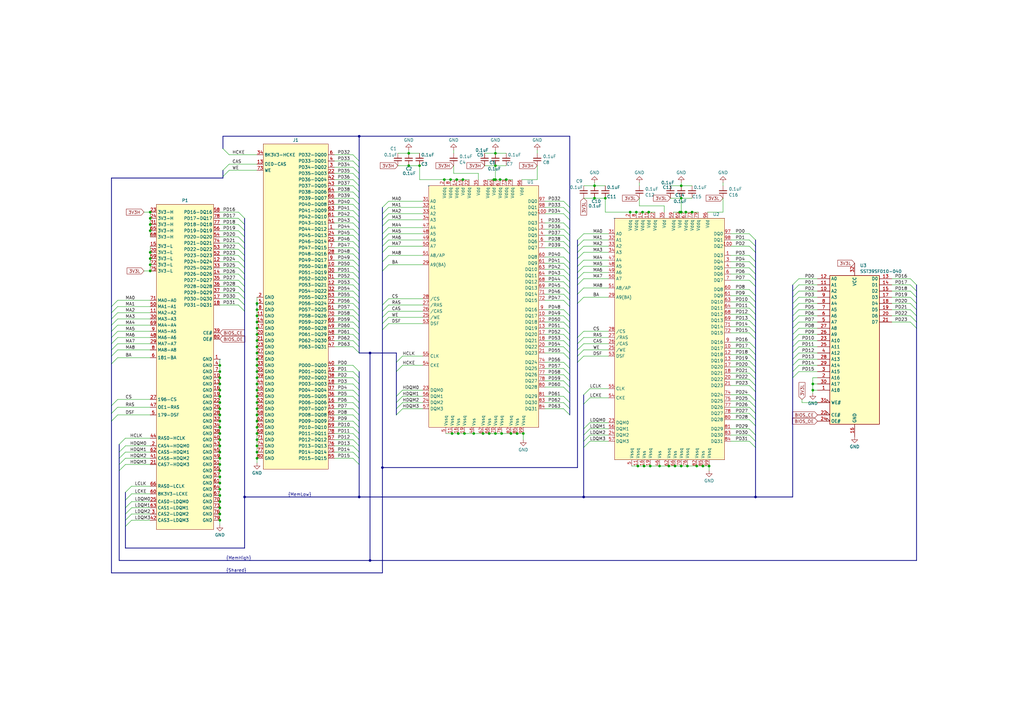
<source format=kicad_sch>
(kicad_sch (version 20230121) (generator eeschema)
  (paper "A3")
  (title_block (title "Compaq S3 Virge GX VRAM Expansion") (date "2023-08-16") (rev "1") (company "Jeff Chen") (comment 1 "with Alternate BIOS Socket"))
  (bus_alias "MemHigh" (members "PD[32..63]" "HCLK" "HDQM0" "HDQM1" "HDQM2" "HDQM3" "HCKE"))
  (bus_alias "MemLow" (members "PD[00..31]" "LCLK" "LCKE" "LDQM0" "LDQM1" "LDQM2" "LDQM3"))
  (bus_alias "Shared" (members "MA[0..8]" "BA" "CS" "RAS" "DSF" "CAS" "WE"))
  (junction (at 90.17 157.48))
  (junction (at 90.17 185.42))
  (junction (at 105.41 162.56))
  (junction (at 260.985 86.995))
  (junction (at 279.4 86.995))
  (junction (at 90.17 193.04))
  (junction (at 105.41 132.08))
  (junction (at 279.4 191.135))
  (junction (at 288.29 191.135))
  (junction (at 105.41 180.34))
  (junction (at 182.245 73.66))
  (junction (at 105.41 139.7))
  (junction (at 205.105 73.66))
  (junction (at 151.765 229.87))
  (junction (at 105.41 149.86))
  (junction (at 172.085 67.945))
  (junction (at 90.17 180.34))
  (junction (at 105.41 124.46))
  (junction (at 281.305 86.995))
  (junction (at 105.41 142.24))
  (junction (at 187.96 177.8))
  (junction (at 198.12 177.8))
  (junction (at 90.17 162.56))
  (junction (at 105.41 175.26))
  (junction (at 147.32 55.88))
  (junction (at 285.75 191.135))
  (junction (at 90.17 205.74))
  (junction (at 248.285 81.28))
  (junction (at 90.17 172.72))
  (junction (at 156.845 191.77))
  (junction (at 61.595 111.125))
  (junction (at 105.41 167.64))
  (junction (at 61.595 108.585))
  (junction (at 90.17 175.26))
  (junction (at 214.63 177.8))
  (junction (at 105.41 157.48))
  (junction (at 90.17 198.12))
  (junction (at 90.17 182.88))
  (junction (at 105.41 137.16))
  (junction (at 202.565 73.66))
  (junction (at 90.17 160.02))
  (junction (at 105.41 147.32))
  (junction (at 200.66 177.8))
  (junction (at 105.41 152.4))
  (junction (at 105.41 129.54))
  (junction (at 61.595 94.615))
  (junction (at 105.41 144.78))
  (junction (at 105.41 185.42))
  (junction (at 105.41 134.62))
  (junction (at 90.17 165.1))
  (junction (at 90.17 187.96))
  (junction (at 167.64 67.945))
  (junction (at 261.62 191.135))
  (junction (at 184.785 73.66))
  (junction (at 105.41 182.88))
  (junction (at 203.2 62.865))
  (junction (at 105.41 172.72))
  (junction (at 90.17 170.18))
  (junction (at 90.17 149.86))
  (junction (at 90.17 208.28))
  (junction (at 212.09 177.8))
  (junction (at 90.17 177.8))
  (junction (at 147.32 203.835))
  (junction (at 90.17 152.4))
  (junction (at 279.4 81.28))
  (junction (at 203.2 177.8))
  (junction (at 105.41 165.1))
  (junction (at 270.51 191.135))
  (junction (at 105.41 170.18))
  (junction (at 194.31 177.8))
  (junction (at 90.17 200.66))
  (junction (at 105.41 177.8))
  (junction (at 290.83 191.135))
  (junction (at 187.325 73.66))
  (junction (at 333.375 157.48))
  (junction (at 61.595 86.995))
  (junction (at 266.065 86.995))
  (junction (at 100.33 203.835))
  (junction (at 309.88 203.835))
  (junction (at 185.42 177.8))
  (junction (at 61.595 89.535))
  (junction (at 243.84 76.2))
  (junction (at 105.41 160.02))
  (junction (at 90.17 190.5))
  (junction (at 279.4 76.2))
  (junction (at 90.17 154.94))
  (junction (at 61.595 106.045))
  (junction (at 274.32 191.135))
  (junction (at 90.17 167.64))
  (junction (at 333.375 160.02))
  (junction (at 276.86 191.135))
  (junction (at 90.17 213.36))
  (junction (at 209.55 177.8))
  (junction (at 243.84 81.28))
  (junction (at 61.595 103.505))
  (junction (at 281.94 191.135))
  (junction (at 203.2 73.66))
  (junction (at 207.645 73.66))
  (junction (at 264.16 191.135))
  (junction (at 203.2 67.945))
  (junction (at 258.445 86.995))
  (junction (at 205.74 177.8))
  (junction (at 90.17 195.58))
  (junction (at 105.41 154.94))
  (junction (at 189.865 73.66))
  (junction (at 190.5 177.8))
  (junction (at 263.525 86.995))
  (junction (at 90.17 210.82))
  (junction (at 105.41 127))
  (junction (at 266.7 191.135))
  (junction (at 105.41 187.96))
  (junction (at 283.845 86.995))
  (junction (at 90.17 203.2))
  (junction (at 167.64 62.865))
  (junction (at 239.395 203.835))
  (junction (at 151.765 144.78))
  (junction (at 278.765 86.995))
  (junction (at 61.595 92.075))
  (bus_entry (at 144.78 76.2) (size 2.54 2.54))
  (bus_entry (at 327.66 127) (size -2.54 2.54))
  (bus_entry (at 231.14 118.11) (size 2.54 2.54))
  (bus_entry (at 241.935 163.195) (size -2.54 2.54))
  (bus_entry (at 307.34 180.975) (size 2.54 2.54))
  (bus_entry (at 144.78 182.88) (size 2.54 2.54))
  (bus_entry (at 307.34 131.445) (size 2.54 2.54))
  (bus_entry (at 231.14 82.55) (size 2.54 2.54))
  (bus_entry (at 144.78 99.06) (size 2.54 2.54))
  (bus_entry (at 231.14 139.7) (size 2.54 2.54))
  (bus_entry (at 159.385 127.635) (size -2.54 2.54))
  (bus_entry (at 144.78 83.82) (size 2.54 2.54))
  (bus_entry (at 327.66 119.38) (size -2.54 2.54))
  (bus_entry (at 231.14 105.41) (size 2.54 2.54))
  (bus_entry (at 231.14 137.16) (size 2.54 2.54))
  (bus_entry (at 327.66 114.3) (size -2.54 2.54))
  (bus_entry (at 159.385 95.885) (size -2.54 2.54))
  (bus_entry (at 307.34 136.525) (size 2.54 2.54))
  (bus_entry (at 307.34 104.775) (size 2.54 2.54))
  (bus_entry (at 144.78 104.14) (size 2.54 2.54))
  (bus_entry (at 159.385 87.63) (size -2.54 2.54))
  (bus_entry (at 307.34 172.085) (size 2.54 2.54))
  (bus_entry (at 231.14 129.54) (size 2.54 2.54))
  (bus_entry (at 97.79 97.155) (size 2.54 2.54))
  (bus_entry (at 48.26 167.005) (size -2.54 2.54))
  (bus_entry (at 239.395 138.43) (size -2.54 2.54))
  (bus_entry (at 307.34 98.425) (size 2.54 2.54))
  (bus_entry (at 53.975 210.82) (size -2.54 2.54))
  (bus_entry (at 53.975 202.565) (size -2.54 2.54))
  (bus_entry (at 231.14 156.21) (size 2.54 2.54))
  (bus_entry (at 53.975 205.74) (size -2.54 2.54))
  (bus_entry (at 53.975 213.36) (size -2.54 2.54))
  (bus_entry (at 307.34 107.315) (size 2.54 2.54))
  (bus_entry (at 144.78 124.46) (size 2.54 2.54))
  (bus_entry (at 239.395 109.22) (size -2.54 2.54))
  (bus_entry (at 373.38 129.54) (size 2.54 2.54))
  (bus_entry (at 307.34 140.335) (size 2.54 2.54))
  (bus_entry (at 239.395 106.68) (size -2.54 2.54))
  (bus_entry (at 97.79 92.075) (size 2.54 2.54))
  (bus_entry (at 144.78 187.96) (size 2.54 2.54))
  (bus_entry (at 231.14 132.08) (size 2.54 2.54))
  (bus_entry (at 239.395 103.505) (size -2.54 2.54))
  (bus_entry (at 307.34 128.905) (size 2.54 2.54))
  (bus_entry (at 144.78 172.72) (size 2.54 2.54))
  (bus_entry (at 51.435 185.42) (size -2.54 2.54))
  (bus_entry (at 239.395 95.885) (size -2.54 2.54))
  (bus_entry (at 307.34 145.415) (size 2.54 2.54))
  (bus_entry (at 327.66 124.46) (size -2.54 2.54))
  (bus_entry (at 51.435 187.96) (size -2.54 2.54))
  (bus_entry (at 327.66 152.4) (size -2.54 2.54))
  (bus_entry (at 144.78 134.62) (size 2.54 2.54))
  (bus_entry (at 144.78 175.26) (size 2.54 2.54))
  (bus_entry (at 159.385 82.55) (size -2.54 2.54))
  (bus_entry (at 144.78 137.16) (size 2.54 2.54))
  (bus_entry (at 231.14 87.63) (size 2.54 2.54))
  (bus_entry (at 159.385 98.425) (size -2.54 2.54))
  (bus_entry (at 239.395 114.3) (size -2.54 2.54))
  (bus_entry (at 373.38 132.08) (size 2.54 2.54))
  (bus_entry (at 144.78 96.52) (size 2.54 2.54))
  (bus_entry (at 97.79 86.995) (size 2.54 2.54))
  (bus_entry (at 239.395 135.89) (size -2.54 2.54))
  (bus_entry (at 93.98 63.5) (size -2.54 -2.54))
  (bus_entry (at 97.79 94.615) (size 2.54 2.54))
  (bus_entry (at 97.79 107.315) (size 2.54 2.54))
  (bus_entry (at 307.34 147.955) (size 2.54 2.54))
  (bus_entry (at 144.78 170.18) (size 2.54 2.54))
  (bus_entry (at 307.34 95.885) (size 2.54 2.54))
  (bus_entry (at 144.78 119.38) (size 2.54 2.54))
  (bus_entry (at 239.395 140.97) (size -2.54 2.54))
  (bus_entry (at 231.14 165.1) (size 2.54 2.54))
  (bus_entry (at 165.1 149.86) (size -2.54 2.54))
  (bus_entry (at 231.14 110.49) (size 2.54 2.54))
  (bus_entry (at 144.78 177.8) (size 2.54 2.54))
  (bus_entry (at 373.38 124.46) (size 2.54 2.54))
  (bus_entry (at 231.14 158.75) (size 2.54 2.54))
  (bus_entry (at 307.34 133.985) (size 2.54 2.54))
  (bus_entry (at 144.78 63.5) (size 2.54 2.54))
  (bus_entry (at 327.66 132.08) (size -2.54 2.54))
  (bus_entry (at 53.975 208.28) (size -2.54 2.54))
  (bus_entry (at 144.78 180.34) (size 2.54 2.54))
  (bus_entry (at 165.1 165.1) (size -2.54 2.54))
  (bus_entry (at 144.78 73.66) (size 2.54 2.54))
  (bus_entry (at 231.14 115.57) (size 2.54 2.54))
  (bus_entry (at 97.79 125.095) (size 2.54 2.54))
  (bus_entry (at 48.26 138.43) (size -2.54 2.54))
  (bus_entry (at 144.78 142.24) (size 2.54 2.54))
  (bus_entry (at 159.385 108.585) (size -2.54 2.54))
  (bus_entry (at 144.78 81.28) (size 2.54 2.54))
  (bus_entry (at 159.385 85.09) (size -2.54 2.54))
  (bus_entry (at 144.78 66.04) (size 2.54 2.54))
  (bus_entry (at 97.79 109.855) (size 2.54 2.54))
  (bus_entry (at 45.72 149.225) (size 2.54 -2.54))
  (bus_entry (at 327.66 137.16) (size -2.54 2.54))
  (bus_entry (at 231.14 96.52) (size 2.54 2.54))
  (bus_entry (at 307.34 118.745) (size 2.54 2.54))
  (bus_entry (at 144.78 71.12) (size 2.54 2.54))
  (bus_entry (at 93.98 67.31) (size -2.54 2.54))
  (bus_entry (at 48.26 140.97) (size -2.54 2.54))
  (bus_entry (at 231.14 107.95) (size 2.54 2.54))
  (bus_entry (at 144.78 68.58) (size 2.54 2.54))
  (bus_entry (at 97.79 117.475) (size 2.54 2.54))
  (bus_entry (at 307.34 169.545) (size 2.54 2.54))
  (bus_entry (at 307.34 155.575) (size 2.54 2.54))
  (bus_entry (at 97.79 122.555) (size 2.54 2.54))
  (bus_entry (at 241.935 159.385) (size -2.54 2.54))
  (bus_entry (at 231.14 93.98) (size 2.54 2.54))
  (bus_entry (at 144.78 121.92) (size 2.54 2.54))
  (bus_entry (at 144.78 154.94) (size 2.54 2.54))
  (bus_entry (at 159.385 90.17) (size -2.54 2.54))
  (bus_entry (at 231.14 123.19) (size 2.54 2.54))
  (bus_entry (at 165.1 160.02) (size -2.54 2.54))
  (bus_entry (at 307.34 161.925) (size 2.54 2.54))
  (bus_entry (at 327.66 129.54) (size -2.54 2.54))
  (bus_entry (at 373.38 116.84) (size 2.54 2.54))
  (bus_entry (at 241.935 175.895) (size -2.54 2.54))
  (bus_entry (at 144.78 157.48) (size 2.54 2.54))
  (bus_entry (at 307.34 123.825) (size 2.54 2.54))
  (bus_entry (at 51.435 179.705) (size -2.54 2.54))
  (bus_entry (at 97.79 102.235) (size 2.54 2.54))
  (bus_entry (at 144.78 114.3) (size 2.54 2.54))
  (bus_entry (at 165.1 162.56) (size -2.54 2.54))
  (bus_entry (at 144.78 86.36) (size 2.54 2.54))
  (bus_entry (at 231.14 167.64) (size 2.54 2.54))
  (bus_entry (at 239.395 121.92) (size -2.54 2.54))
  (bus_entry (at 307.34 100.965) (size 2.54 2.54))
  (bus_entry (at 159.385 132.715) (size -2.54 2.54))
  (bus_entry (at 48.26 133.35) (size -2.54 2.54))
  (bus_entry (at 48.26 125.73) (size -2.54 2.54))
  (bus_entry (at 307.34 164.465) (size 2.54 2.54))
  (bus_entry (at 327.66 116.84) (size -2.54 2.54))
  (bus_entry (at 231.14 148.59) (size 2.54 2.54))
  (bus_entry (at 231.14 99.06) (size 2.54 2.54))
  (bus_entry (at 48.26 143.51) (size -2.54 2.54))
  (bus_entry (at 307.34 167.005) (size 2.54 2.54))
  (bus_entry (at 239.395 146.05) (size -2.54 2.54))
  (bus_entry (at 97.79 120.015) (size 2.54 2.54))
  (bus_entry (at 51.435 182.88) (size -2.54 2.54))
  (bus_entry (at 144.78 167.64) (size 2.54 2.54))
  (bus_entry (at 327.66 147.32) (size -2.54 2.54))
  (bus_entry (at 239.395 118.11) (size -2.54 2.54))
  (bus_entry (at 144.78 111.76) (size 2.54 2.54))
  (bus_entry (at 144.78 152.4) (size 2.54 2.54))
  (bus_entry (at 307.34 112.395) (size 2.54 2.54))
  (bus_entry (at 144.78 139.7) (size 2.54 2.54))
  (bus_entry (at 165.1 146.05) (size -2.54 2.54))
  (bus_entry (at 231.14 134.62) (size 2.54 2.54))
  (bus_entry (at 53.975 199.39) (size -2.54 2.54))
  (bus_entry (at 231.14 91.44) (size 2.54 2.54))
  (bus_entry (at 144.78 165.1) (size 2.54 2.54))
  (bus_entry (at 231.14 85.09) (size 2.54 2.54))
  (bus_entry (at 48.26 128.27) (size -2.54 2.54))
  (bus_entry (at 144.78 91.44) (size 2.54 2.54))
  (bus_entry (at 231.14 142.24) (size 2.54 2.54))
  (bus_entry (at 307.34 114.935) (size 2.54 2.54))
  (bus_entry (at 327.66 134.62) (size -2.54 2.54))
  (bus_entry (at 327.66 142.24) (size -2.54 2.54))
  (bus_entry (at 307.34 109.855) (size 2.54 2.54))
  (bus_entry (at 327.66 121.92) (size -2.54 2.54))
  (bus_entry (at 51.435 190.5) (size -2.54 2.54))
  (bus_entry (at 307.34 150.495) (size 2.54 2.54))
  (bus_entry (at 239.395 100.965) (size -2.54 2.54))
  (bus_entry (at 159.385 100.965) (size -2.54 2.54))
  (bus_entry (at 327.66 139.7) (size -2.54 2.54))
  (bus_entry (at 239.395 111.76) (size -2.54 2.54))
  (bus_entry (at 231.14 113.03) (size 2.54 2.54))
  (bus_entry (at 231.14 120.65) (size 2.54 2.54))
  (bus_entry (at 241.935 178.435) (size -2.54 2.54))
  (bus_entry (at 144.78 127) (size 2.54 2.54))
  (bus_entry (at 373.38 119.38) (size 2.54 2.54))
  (bus_entry (at 373.38 121.92) (size 2.54 2.54))
  (bus_entry (at 239.395 98.425) (size -2.54 2.54))
  (bus_entry (at 307.34 153.035) (size 2.54 2.54))
  (bus_entry (at 231.14 144.78) (size 2.54 2.54))
  (bus_entry (at 307.34 121.285) (size 2.54 2.54))
  (bus_entry (at 231.14 101.6) (size 2.54 2.54))
  (bus_entry (at 373.38 127) (size 2.54 2.54))
  (bus_entry (at 97.79 89.535) (size 2.54 2.54))
  (bus_entry (at 144.78 88.9) (size 2.54 2.54))
  (bus_entry (at 144.78 132.08) (size 2.54 2.54))
  (bus_entry (at 144.78 129.54) (size 2.54 2.54))
  (bus_entry (at 144.78 106.68) (size 2.54 2.54))
  (bus_entry (at 231.14 162.56) (size 2.54 2.54))
  (bus_entry (at 159.385 130.175) (size -2.54 2.54))
  (bus_entry (at 159.385 125.095) (size -2.54 2.54))
  (bus_entry (at 144.78 78.74) (size 2.54 2.54))
  (bus_entry (at 159.385 93.345) (size -2.54 2.54))
  (bus_entry (at 144.78 101.6) (size 2.54 2.54))
  (bus_entry (at 48.26 135.89) (size -2.54 2.54))
  (bus_entry (at 307.34 175.895) (size 2.54 2.54))
  (bus_entry (at 241.935 173.355) (size -2.54 2.54))
  (bus_entry (at 231.14 153.67) (size 2.54 2.54))
  (bus_entry (at 97.79 112.395) (size 2.54 2.54))
  (bus_entry (at 307.34 158.115) (size 2.54 2.54))
  (bus_entry (at 241.935 180.975) (size -2.54 2.54))
  (bus_entry (at 48.26 163.83) (size -2.54 2.54))
  (bus_entry (at 307.34 178.435) (size 2.54 2.54))
  (bus_entry (at 327.66 144.78) (size -2.54 2.54))
  (bus_entry (at 48.26 170.18) (size -2.54 2.54))
  (bus_entry (at 144.78 109.22) (size 2.54 2.54))
  (bus_entry (at 144.78 116.84) (size 2.54 2.54))
  (bus_entry (at 97.79 99.695) (size 2.54 2.54))
  (bus_entry (at 144.78 185.42) (size 2.54 2.54))
  (bus_entry (at 144.78 160.02) (size 2.54 2.54))
  (bus_entry (at 373.38 114.3) (size 2.54 2.54))
  (bus_entry (at 144.78 149.86) (size 2.54 2.54))
  (bus_entry (at 48.26 123.19) (size -2.54 2.54))
  (bus_entry (at 48.26 130.81) (size -2.54 2.54))
  (bus_entry (at 307.34 126.365) (size 2.54 2.54))
  (bus_entry (at 93.98 69.85) (size -2.54 2.54))
  (bus_entry (at 231.14 151.13) (size 2.54 2.54))
  (bus_entry (at 144.78 93.98) (size 2.54 2.54))
  (bus_entry (at 231.14 127) (size 2.54 2.54))
  (bus_entry (at 165.1 167.64) (size -2.54 2.54))
  (bus_entry (at 239.395 143.51) (size -2.54 2.54))
  (bus_entry (at 144.78 162.56) (size 2.54 2.54))
  (bus_entry (at 97.79 104.775) (size 2.54 2.54))
  (bus_entry (at 327.66 149.86) (size -2.54 2.54))
  (bus_entry (at 159.385 104.775) (size -2.54 2.54))
  (bus_entry (at 159.385 122.555) (size -2.54 2.54))
  (bus_entry (at 307.34 142.875) (size 2.54 2.54))
  (bus_entry (at 97.79 114.935) (size 2.54 2.54))
  (bus (pts (xy 147.32 106.68) (xy 147.32 104.14)))
  (wire (pts (xy 223.52 91.44) (xy 231.14 91.44)))
  (wire (pts (xy 105.41 170.18) (xy 105.41 172.72)))
  (wire (pts (xy 223.52 137.16) (xy 231.14 137.16)))
  (bus (pts (xy 147.32 175.26) (xy 147.32 177.8)))
  (wire (pts (xy 223.52 165.1) (xy 231.14 165.1)))
  (wire (pts (xy 159.385 87.63) (xy 173.355 87.63)))
  (bus (pts (xy 375.92 127) (xy 375.92 129.54)))
  (bus (pts (xy 325.12 152.4) (xy 325.12 154.94)))
  (wire (pts (xy 239.395 76.2) (xy 243.84 76.2)))
  (wire (pts (xy 200.025 73.66) (xy 202.565 73.66)))
  (bus (pts (xy 48.895 190.5) (xy 48.895 193.04)))
  (wire (pts (xy 299.72 172.085) (xy 307.34 172.085)))
  (wire (pts (xy 137.16 121.92) (xy 144.78 121.92)))
  (wire (pts (xy 198.755 67.945) (xy 203.2 67.945)))
  (bus (pts (xy 233.68 142.24) (xy 233.68 144.78)))
  (bus (pts (xy 51.435 215.9) (xy 51.435 224.79)))
  (wire (pts (xy 137.16 73.66) (xy 144.78 73.66)))
  (bus (pts (xy 309.88 155.575) (xy 309.88 158.115)))
  (wire (pts (xy 249.555 100.965) (xy 239.395 100.965)))
  (bus (pts (xy 236.855 140.97) (xy 236.855 143.51)))
  (wire (pts (xy 223.52 153.67) (xy 231.14 153.67)))
  (wire (pts (xy 241.935 173.355) (xy 249.555 173.355)))
  (wire (pts (xy 137.16 83.82) (xy 144.78 83.82)))
  (wire (pts (xy 163.195 67.945) (xy 167.64 67.945)))
  (wire (pts (xy 48.26 138.43) (xy 61.595 138.43)))
  (wire (pts (xy 299.72 95.885) (xy 307.34 95.885)))
  (wire (pts (xy 90.17 208.28) (xy 90.17 210.82)))
  (wire (pts (xy 48.26 146.685) (xy 61.595 146.685)))
  (bus (pts (xy 309.88 98.425) (xy 309.88 100.965)))
  (wire (pts (xy 90.17 94.615) (xy 97.79 94.615)))
  (wire (pts (xy 137.16 180.34) (xy 144.78 180.34)))
  (wire (pts (xy 365.76 132.08) (xy 373.38 132.08)))
  (wire (pts (xy 214.63 177.8) (xy 214.63 180.34)))
  (wire (pts (xy 335.28 165.1) (xy 328.93 165.1)))
  (bus (pts (xy 147.32 121.92) (xy 147.32 119.38)))
  (wire (pts (xy 90.17 149.86) (xy 90.17 152.4)))
  (wire (pts (xy 137.16 116.84) (xy 144.78 116.84)))
  (wire (pts (xy 48.26 133.35) (xy 61.595 133.35)))
  (bus (pts (xy 156.845 107.315) (xy 156.845 111.125)))
  (bus (pts (xy 325.12 116.84) (xy 325.12 119.38)))
  (bus (pts (xy 156.845 130.175) (xy 156.845 132.715)))
  (wire (pts (xy 61.595 94.615) (xy 61.595 92.075)))
  (bus (pts (xy 236.855 114.3) (xy 236.855 116.84)))
  (wire (pts (xy 186.055 67.945) (xy 186.055 71.12)))
  (bus (pts (xy 91.44 72.39) (xy 91.44 73.025)))
  (wire (pts (xy 165.1 146.05) (xy 173.355 146.05)))
  (bus (pts (xy 309.88 133.985) (xy 309.88 136.525)))
  (wire (pts (xy 223.52 113.03) (xy 231.14 113.03)))
  (wire (pts (xy 53.975 208.28) (xy 61.595 208.28)))
  (wire (pts (xy 205.105 73.66) (xy 207.645 73.66)))
  (bus (pts (xy 309.88 180.975) (xy 309.88 183.515)))
  (bus (pts (xy 233.68 93.98) (xy 233.68 96.52)))
  (bus (pts (xy 156.845 103.505) (xy 156.845 107.315)))
  (wire (pts (xy 335.28 137.16) (xy 327.66 137.16)))
  (bus (pts (xy 48.895 193.04) (xy 48.895 229.87)))
  (wire (pts (xy 137.16 162.56) (xy 144.78 162.56)))
  (bus (pts (xy 233.68 125.73) (xy 233.68 129.54)))
  (wire (pts (xy 249.555 121.92) (xy 239.395 121.92)))
  (wire (pts (xy 223.52 144.78) (xy 231.14 144.78)))
  (wire (pts (xy 241.935 159.385) (xy 249.555 159.385)))
  (wire (pts (xy 241.935 178.435) (xy 249.555 178.435)))
  (wire (pts (xy 335.28 132.08) (xy 327.66 132.08)))
  (wire (pts (xy 90.17 114.935) (xy 97.79 114.935)))
  (bus (pts (xy 325.12 127) (xy 325.12 129.54)))
  (wire (pts (xy 182.245 73.66) (xy 184.785 73.66)))
  (bus (pts (xy 233.68 120.65) (xy 233.68 123.19)))
  (wire (pts (xy 105.41 172.72) (xy 105.41 175.26)))
  (wire (pts (xy 249.555 138.43) (xy 239.395 138.43)))
  (wire (pts (xy 51.435 179.705) (xy 61.595 179.705)))
  (bus (pts (xy 45.72 169.545) (xy 45.72 172.72)))
  (wire (pts (xy 299.72 107.315) (xy 307.34 107.315)))
  (bus (pts (xy 233.68 110.49) (xy 233.68 113.03)))
  (bus (pts (xy 45.72 130.81) (xy 45.72 133.35)))
  (bus (pts (xy 147.32 109.22) (xy 147.32 106.68)))
  (wire (pts (xy 260.985 86.995) (xy 263.525 86.995)))
  (wire (pts (xy 165.1 167.64) (xy 173.355 167.64)))
  (bus (pts (xy 236.855 146.05) (xy 236.855 148.59)))
  (wire (pts (xy 299.72 158.115) (xy 307.34 158.115)))
  (wire (pts (xy 335.28 124.46) (xy 327.66 124.46)))
  (wire (pts (xy 335.28 114.3) (xy 327.66 114.3)))
  (wire (pts (xy 241.935 163.195) (xy 249.555 163.195)))
  (bus (pts (xy 156.845 90.17) (xy 156.845 92.71)))
  (bus (pts (xy 239.395 178.435) (xy 239.395 180.975)))
  (wire (pts (xy 105.41 124.46) (xy 105.41 127)))
  (wire (pts (xy 137.16 99.06) (xy 144.78 99.06)))
  (bus (pts (xy 147.32 172.72) (xy 147.32 175.26)))
  (bus (pts (xy 236.855 116.84) (xy 236.855 120.65)))
  (bus (pts (xy 100.33 112.395) (xy 100.33 114.935)))
  (wire (pts (xy 299.72 121.285) (xy 307.34 121.285)))
  (bus (pts (xy 147.32 86.36) (xy 147.32 83.82)))
  (bus (pts (xy 309.88 150.495) (xy 309.88 153.035)))
  (bus (pts (xy 100.33 109.855) (xy 100.33 112.395)))
  (wire (pts (xy 137.16 182.88) (xy 144.78 182.88)))
  (wire (pts (xy 48.26 170.18) (xy 61.595 170.18)))
  (bus (pts (xy 156.845 127.635) (xy 156.845 130.175)))
  (wire (pts (xy 90.17 198.12) (xy 90.17 200.66)))
  (bus (pts (xy 309.88 183.515) (xy 309.88 203.835)))
  (bus (pts (xy 156.845 92.71) (xy 156.845 95.885)))
  (wire (pts (xy 249.555 135.89) (xy 239.395 135.89)))
  (bus (pts (xy 309.88 126.365) (xy 309.88 128.905)))
  (wire (pts (xy 159.385 95.885) (xy 173.355 95.885)))
  (wire (pts (xy 249.555 111.76) (xy 239.395 111.76)))
  (wire (pts (xy 159.385 98.425) (xy 173.355 98.425)))
  (wire (pts (xy 212.09 177.8) (xy 214.63 177.8)))
  (bus (pts (xy 239.395 175.895) (xy 239.395 178.435)))
  (bus (pts (xy 309.88 178.435) (xy 309.88 180.975)))
  (wire (pts (xy 189.865 73.66) (xy 192.405 73.66)))
  (wire (pts (xy 90.17 109.855) (xy 97.79 109.855)))
  (wire (pts (xy 137.16 149.86) (xy 144.78 149.86)))
  (bus (pts (xy 45.72 146.05) (xy 45.72 149.225)))
  (wire (pts (xy 90.17 193.04) (xy 90.17 195.58)))
  (wire (pts (xy 285.75 191.135) (xy 288.29 191.135)))
  (bus (pts (xy 325.12 134.62) (xy 325.12 137.16)))
  (wire (pts (xy 288.29 191.135) (xy 290.83 191.135)))
  (bus (pts (xy 236.855 148.59) (xy 236.855 191.77)))
  (wire (pts (xy 223.52 123.19) (xy 231.14 123.19)))
  (bus (pts (xy 309.88 121.285) (xy 309.88 123.825)))
  (wire (pts (xy 223.52 120.65) (xy 231.14 120.65)))
  (bus (pts (xy 45.72 73.025) (xy 45.72 125.73)))
  (bus (pts (xy 100.33 125.095) (xy 100.33 127.635)))
  (bus (pts (xy 233.68 85.09) (xy 233.68 87.63)))
  (wire (pts (xy 90.17 160.02) (xy 90.17 162.56)))
  (wire (pts (xy 90.17 195.58) (xy 90.17 198.12)))
  (wire (pts (xy 299.72 128.905) (xy 307.34 128.905)))
  (wire (pts (xy 137.16 160.02) (xy 144.78 160.02)))
  (bus (pts (xy 45.72 133.35) (xy 45.72 135.89)))
  (bus (pts (xy 147.32 134.62) (xy 147.32 132.08)))
  (bus (pts (xy 325.12 154.94) (xy 325.12 203.835)))
  (wire (pts (xy 241.935 175.895) (xy 249.555 175.895)))
  (wire (pts (xy 299.72 100.965) (xy 307.34 100.965)))
  (wire (pts (xy 249.555 143.51) (xy 239.395 143.51)))
  (bus (pts (xy 375.92 229.87) (xy 151.765 229.87)))
  (wire (pts (xy 165.1 162.56) (xy 173.355 162.56)))
  (wire (pts (xy 223.52 85.09) (xy 231.14 85.09)))
  (bus (pts (xy 239.395 165.735) (xy 239.395 175.895)))
  (bus (pts (xy 325.12 203.835) (xy 309.88 203.835)))
  (wire (pts (xy 274.32 191.135) (xy 276.86 191.135)))
  (bus (pts (xy 147.32 162.56) (xy 147.32 165.1)))
  (wire (pts (xy 159.385 130.175) (xy 173.355 130.175)))
  (wire (pts (xy 365.76 127) (xy 373.38 127)))
  (wire (pts (xy 203.2 177.8) (xy 205.74 177.8)))
  (bus (pts (xy 151.765 144.78) (xy 162.56 144.78)))
  (wire (pts (xy 137.16 142.24) (xy 144.78 142.24)))
  (wire (pts (xy 165.1 165.1) (xy 173.355 165.1)))
  (bus (pts (xy 236.855 143.51) (xy 236.855 146.05)))
  (wire (pts (xy 163.195 62.865) (xy 167.64 62.865)))
  (wire (pts (xy 249.555 146.05) (xy 239.395 146.05)))
  (bus (pts (xy 147.32 177.8) (xy 147.32 180.34)))
  (wire (pts (xy 299.72 126.365) (xy 307.34 126.365)))
  (bus (pts (xy 147.32 73.66) (xy 147.32 71.12)))
  (wire (pts (xy 159.385 125.095) (xy 173.355 125.095)))
  (wire (pts (xy 290.83 191.135) (xy 290.83 193.04)))
  (wire (pts (xy 299.72 167.005) (xy 307.34 167.005)))
  (bus (pts (xy 156.845 100.965) (xy 156.845 103.505)))
  (bus (pts (xy 309.88 100.965) (xy 309.88 103.505)))
  (bus (pts (xy 48.895 182.245) (xy 48.895 185.42)))
  (wire (pts (xy 249.555 109.22) (xy 239.395 109.22)))
  (wire (pts (xy 299.72 150.495) (xy 307.34 150.495)))
  (wire (pts (xy 263.525 86.995) (xy 266.065 86.995)))
  (wire (pts (xy 53.975 213.36) (xy 61.595 213.36)))
  (wire (pts (xy 296.545 81.28) (xy 296.545 86.995)))
  (wire (pts (xy 299.72 147.955) (xy 307.34 147.955)))
  (bus (pts (xy 233.68 129.54) (xy 233.68 132.08)))
  (bus (pts (xy 100.33 114.935) (xy 100.33 117.475)))
  (wire (pts (xy 186.055 71.12) (xy 196.215 71.12)))
  (wire (pts (xy 185.42 177.8) (xy 187.96 177.8)))
  (wire (pts (xy 335.28 116.84) (xy 327.66 116.84)))
  (wire (pts (xy 279.4 191.135) (xy 281.94 191.135)))
  (wire (pts (xy 137.16 88.9) (xy 144.78 88.9)))
  (bus (pts (xy 233.68 104.14) (xy 233.68 107.95)))
  (bus (pts (xy 309.88 174.625) (xy 309.88 178.435)))
  (bus (pts (xy 51.435 213.36) (xy 51.435 215.9)))
  (bus (pts (xy 233.68 115.57) (xy 233.68 118.11)))
  (wire (pts (xy 335.28 142.24) (xy 327.66 142.24)))
  (bus (pts (xy 233.68 137.16) (xy 233.68 139.7)))
  (wire (pts (xy 249.555 98.425) (xy 239.395 98.425)))
  (bus (pts (xy 233.68 153.67) (xy 233.68 156.21)))
  (bus (pts (xy 162.56 152.4) (xy 162.56 162.56)))
  (bus (pts (xy 51.435 210.82) (xy 51.435 213.36)))
  (bus (pts (xy 325.12 149.86) (xy 325.12 152.4)))
  (wire (pts (xy 299.72 123.825) (xy 307.34 123.825)))
  (wire (pts (xy 93.98 63.5) (xy 105.41 63.5)))
  (wire (pts (xy 48.26 128.27) (xy 61.595 128.27)))
  (bus (pts (xy 147.32 76.2) (xy 147.32 73.66)))
  (wire (pts (xy 365.76 116.84) (xy 373.38 116.84)))
  (wire (pts (xy 105.41 147.32) (xy 105.41 149.86)))
  (bus (pts (xy 309.88 164.465) (xy 309.88 167.005)))
  (bus (pts (xy 233.68 167.64) (xy 233.68 170.18)))
  (bus (pts (xy 233.68 87.63) (xy 233.68 90.17)))
  (wire (pts (xy 299.72 118.745) (xy 307.34 118.745)))
  (bus (pts (xy 309.88 147.955) (xy 309.88 150.495)))
  (bus (pts (xy 236.855 109.22) (xy 236.855 111.76)))
  (wire (pts (xy 137.16 96.52) (xy 144.78 96.52)))
  (bus (pts (xy 325.12 144.78) (xy 325.12 147.32)))
  (bus (pts (xy 147.32 55.88) (xy 147.32 66.04)))
  (wire (pts (xy 48.26 163.83) (xy 61.595 163.83)))
  (wire (pts (xy 137.16 93.98) (xy 144.78 93.98)))
  (bus (pts (xy 156.845 85.09) (xy 156.845 87.63)))
  (wire (pts (xy 335.28 134.62) (xy 327.66 134.62)))
  (wire (pts (xy 159.385 104.775) (xy 173.355 104.775)))
  (wire (pts (xy 220.345 61.595) (xy 220.345 62.865)))
  (bus (pts (xy 100.33 92.075) (xy 100.33 94.615)))
  (bus (pts (xy 147.32 160.02) (xy 147.32 162.56)))
  (bus (pts (xy 45.72 143.51) (xy 45.72 140.97)))
  (wire (pts (xy 203.2 61.595) (xy 203.2 62.865)))
  (wire (pts (xy 90.17 182.88) (xy 90.17 185.42)))
  (wire (pts (xy 276.86 191.135) (xy 279.4 191.135)))
  (wire (pts (xy 159.385 93.345) (xy 173.355 93.345)))
  (bus (pts (xy 45.72 128.27) (xy 45.72 130.81)))
  (wire (pts (xy 299.72 98.425) (xy 307.34 98.425)))
  (wire (pts (xy 333.375 157.48) (xy 333.375 160.02)))
  (bus (pts (xy 162.56 148.59) (xy 162.56 152.4)))
  (wire (pts (xy 90.17 147.32) (xy 90.17 149.86)))
  (wire (pts (xy 105.41 152.4) (xy 105.41 154.94)))
  (bus (pts (xy 325.12 137.16) (xy 325.12 139.7)))
  (wire (pts (xy 61.595 103.505) (xy 61.595 106.045)))
  (bus (pts (xy 147.32 170.18) (xy 147.32 172.72)))
  (wire (pts (xy 299.72 109.855) (xy 307.34 109.855)))
  (wire (pts (xy 223.52 167.64) (xy 231.14 167.64)))
  (wire (pts (xy 90.17 210.82) (xy 90.17 213.36)))
  (wire (pts (xy 90.17 112.395) (xy 97.79 112.395)))
  (bus (pts (xy 233.68 161.29) (xy 233.68 165.1)))
  (wire (pts (xy 209.55 177.8) (xy 212.09 177.8)))
  (bus (pts (xy 309.88 109.855) (xy 309.88 112.395)))
  (wire (pts (xy 48.26 167.005) (xy 61.595 167.005)))
  (wire (pts (xy 105.41 180.34) (xy 105.41 182.88)))
  (wire (pts (xy 223.52 127) (xy 231.14 127)))
  (wire (pts (xy 61.595 89.535) (xy 61.595 86.995)))
  (bus (pts (xy 45.72 234.95) (xy 156.845 234.95)))
  (wire (pts (xy 137.16 119.38) (xy 144.78 119.38)))
  (wire (pts (xy 105.41 134.62) (xy 105.41 137.16)))
  (bus (pts (xy 233.68 132.08) (xy 233.68 134.62)))
  (wire (pts (xy 137.16 165.1) (xy 144.78 165.1)))
  (wire (pts (xy 299.72 153.035) (xy 307.34 153.035)))
  (wire (pts (xy 137.16 157.48) (xy 144.78 157.48)))
  (wire (pts (xy 365.76 121.92) (xy 373.38 121.92)))
  (wire (pts (xy 243.84 74.93) (xy 243.84 76.2)))
  (wire (pts (xy 137.16 185.42) (xy 144.78 185.42)))
  (wire (pts (xy 159.385 82.55) (xy 173.355 82.55)))
  (wire (pts (xy 262.255 74.93) (xy 262.255 76.2)))
  (bus (pts (xy 156.845 132.715) (xy 156.845 135.255)))
  (bus (pts (xy 147.32 165.1) (xy 147.32 167.64)))
  (bus (pts (xy 147.32 190.5) (xy 147.32 203.835)))
  (wire (pts (xy 105.41 185.42) (xy 105.41 187.96)))
  (bus (pts (xy 233.68 96.52) (xy 233.68 99.06)))
  (bus (pts (xy 147.32 99.06) (xy 147.32 96.52)))
  (wire (pts (xy 194.31 177.8) (xy 198.12 177.8)))
  (wire (pts (xy 198.755 62.865) (xy 203.2 62.865)))
  (wire (pts (xy 249.555 114.3) (xy 239.395 114.3)))
  (wire (pts (xy 90.17 177.8) (xy 90.17 180.34)))
  (wire (pts (xy 333.375 154.94) (xy 333.375 157.48)))
  (wire (pts (xy 274.955 81.28) (xy 279.4 81.28)))
  (wire (pts (xy 137.16 63.5) (xy 144.78 63.5)))
  (bus (pts (xy 325.12 129.54) (xy 325.12 132.08)))
  (wire (pts (xy 335.28 149.86) (xy 327.66 149.86)))
  (wire (pts (xy 220.345 73.66) (xy 213.995 73.66)))
  (wire (pts (xy 299.72 175.895) (xy 307.34 175.895)))
  (wire (pts (xy 90.17 170.18) (xy 90.17 172.72)))
  (wire (pts (xy 159.385 85.09) (xy 173.355 85.09)))
  (wire (pts (xy 105.41 182.88) (xy 105.41 185.42)))
  (wire (pts (xy 48.26 135.89) (xy 61.595 135.89)))
  (wire (pts (xy 105.41 167.64) (xy 105.41 170.18)))
  (bus (pts (xy 156.845 98.425) (xy 156.845 100.965)))
  (bus (pts (xy 233.68 151.13) (xy 233.68 153.67)))
  (wire (pts (xy 159.385 122.555) (xy 173.355 122.555)))
  (bus (pts (xy 151.765 144.78) (xy 151.765 229.87)))
  (bus (pts (xy 309.88 103.505) (xy 309.88 107.315)))
  (bus (pts (xy 325.12 147.32) (xy 325.12 149.86)))
  (wire (pts (xy 159.385 108.585) (xy 173.355 108.585)))
  (wire (pts (xy 137.16 76.2) (xy 144.78 76.2)))
  (bus (pts (xy 100.33 99.695) (xy 100.33 102.235)))
  (wire (pts (xy 137.16 86.36) (xy 144.78 86.36)))
  (bus (pts (xy 51.435 208.28) (xy 51.435 210.82)))
  (wire (pts (xy 137.16 170.18) (xy 144.78 170.18)))
  (wire (pts (xy 279.4 81.28) (xy 279.4 86.995)))
  (bus (pts (xy 147.32 127) (xy 147.32 124.46)))
  (wire (pts (xy 335.28 152.4) (xy 327.66 152.4)))
  (wire (pts (xy 335.28 144.78) (xy 327.66 144.78)))
  (wire (pts (xy 90.17 86.995) (xy 97.79 86.995)))
  (bus (pts (xy 233.68 144.78) (xy 233.68 147.32)))
  (wire (pts (xy 223.52 162.56) (xy 231.14 162.56)))
  (wire (pts (xy 223.52 142.24) (xy 231.14 142.24)))
  (wire (pts (xy 53.975 199.39) (xy 61.595 199.39)))
  (bus (pts (xy 233.68 107.95) (xy 233.68 110.49)))
  (wire (pts (xy 137.16 81.28) (xy 144.78 81.28)))
  (wire (pts (xy 165.1 160.02) (xy 173.355 160.02)))
  (bus (pts (xy 147.32 185.42) (xy 147.32 187.96)))
  (wire (pts (xy 105.41 139.7) (xy 105.41 142.24)))
  (wire (pts (xy 203.2 73.66) (xy 205.105 73.66)))
  (wire (pts (xy 249.555 140.97) (xy 239.395 140.97)))
  (wire (pts (xy 61.595 100.965) (xy 61.595 103.505)))
  (bus (pts (xy 48.895 229.87) (xy 151.765 229.87)))
  (wire (pts (xy 90.17 122.555) (xy 97.79 122.555)))
  (bus (pts (xy 239.395 183.515) (xy 239.395 203.835)))
  (wire (pts (xy 220.345 67.945) (xy 220.345 73.66)))
  (wire (pts (xy 223.52 101.6) (xy 231.14 101.6)))
  (wire (pts (xy 137.16 124.46) (xy 144.78 124.46)))
  (bus (pts (xy 100.33 203.835) (xy 147.32 203.835)))
  (wire (pts (xy 283.845 86.995) (xy 286.385 86.995)))
  (wire (pts (xy 61.595 108.585) (xy 61.595 111.125)))
  (wire (pts (xy 223.52 93.98) (xy 231.14 93.98)))
  (wire (pts (xy 278.765 86.995) (xy 279.4 86.995)))
  (wire (pts (xy 299.72 112.395) (xy 307.34 112.395)))
  (wire (pts (xy 90.17 205.74) (xy 90.17 208.28)))
  (wire (pts (xy 299.72 136.525) (xy 307.34 136.525)))
  (wire (pts (xy 137.16 137.16) (xy 144.78 137.16)))
  (wire (pts (xy 249.555 106.68) (xy 239.395 106.68)))
  (bus (pts (xy 309.88 158.115) (xy 309.88 160.655)))
  (bus (pts (xy 147.32 114.3) (xy 147.32 111.76)))
  (bus (pts (xy 236.855 98.425) (xy 236.855 100.965)))
  (bus (pts (xy 147.32 81.28) (xy 147.32 78.74)))
  (wire (pts (xy 266.065 86.995) (xy 268.605 86.995)))
  (bus (pts (xy 162.56 162.56) (xy 162.56 165.1)))
  (bus (pts (xy 233.68 118.11) (xy 233.68 120.65)))
  (wire (pts (xy 182.88 177.8) (xy 185.42 177.8)))
  (bus (pts (xy 309.88 131.445) (xy 309.88 133.985)))
  (wire (pts (xy 105.41 175.26) (xy 105.41 177.8)))
  (wire (pts (xy 299.72 131.445) (xy 307.34 131.445)))
  (bus (pts (xy 147.32 203.835) (xy 239.395 203.835)))
  (wire (pts (xy 137.16 152.4) (xy 144.78 152.4)))
  (bus (pts (xy 375.92 129.54) (xy 375.92 132.08)))
  (wire (pts (xy 299.72 169.545) (xy 307.34 169.545)))
  (wire (pts (xy 137.16 139.7) (xy 144.78 139.7)))
  (wire (pts (xy 223.52 156.21) (xy 231.14 156.21)))
  (bus (pts (xy 91.44 55.88) (xy 91.44 60.96)))
  (wire (pts (xy 167.64 61.595) (xy 167.64 62.865)))
  (bus (pts (xy 233.68 99.06) (xy 233.68 101.6)))
  (bus (pts (xy 233.68 156.21) (xy 233.68 158.75)))
  (wire (pts (xy 137.16 91.44) (xy 144.78 91.44)))
  (wire (pts (xy 105.41 160.02) (xy 105.41 162.56)))
  (bus (pts (xy 147.32 96.52) (xy 147.32 93.98)))
  (bus (pts (xy 239.395 180.975) (xy 239.395 183.515)))
  (wire (pts (xy 137.16 127) (xy 144.78 127)))
  (wire (pts (xy 299.72 140.335) (xy 307.34 140.335)))
  (bus (pts (xy 239.395 161.925) (xy 239.395 165.735)))
  (wire (pts (xy 90.17 104.775) (xy 97.79 104.775)))
  (bus (pts (xy 100.33 97.155) (xy 100.33 99.695)))
  (bus (pts (xy 45.72 172.72) (xy 45.72 234.95)))
  (bus (pts (xy 100.33 122.555) (xy 100.33 125.095)))
  (bus (pts (xy 147.32 93.98) (xy 147.32 91.44)))
  (wire (pts (xy 296.545 74.93) (xy 296.545 76.2)))
  (wire (pts (xy 223.52 148.59) (xy 231.14 148.59)))
  (wire (pts (xy 53.975 205.74) (xy 61.595 205.74)))
  (bus (pts (xy 233.68 147.32) (xy 233.68 151.13)))
  (wire (pts (xy 365.76 114.3) (xy 373.38 114.3)))
  (wire (pts (xy 184.785 73.66) (xy 187.325 73.66)))
  (bus (pts (xy 147.32 142.24) (xy 147.32 144.78)))
  (bus (pts (xy 147.32 104.14) (xy 147.32 101.6)))
  (wire (pts (xy 137.16 132.08) (xy 144.78 132.08)))
  (wire (pts (xy 93.98 67.31) (xy 105.41 67.31)))
  (wire (pts (xy 90.17 180.34) (xy 90.17 182.88)))
  (wire (pts (xy 137.16 109.22) (xy 144.78 109.22)))
  (wire (pts (xy 365.76 129.54) (xy 373.38 129.54)))
  (bus (pts (xy 156.845 191.77) (xy 156.845 234.95)))
  (bus (pts (xy 147.32 111.76) (xy 147.32 109.22)))
  (wire (pts (xy 90.17 175.26) (xy 90.17 177.8)))
  (bus (pts (xy 156.845 87.63) (xy 156.845 90.17)))
  (wire (pts (xy 137.16 78.74) (xy 144.78 78.74)))
  (wire (pts (xy 51.435 190.5) (xy 61.595 190.5)))
  (wire (pts (xy 264.16 191.135) (xy 266.7 191.135)))
  (wire (pts (xy 335.28 147.32) (xy 327.66 147.32)))
  (bus (pts (xy 147.32 83.82) (xy 147.32 81.28)))
  (bus (pts (xy 233.68 134.62) (xy 233.68 137.16)))
  (bus (pts (xy 325.12 132.08) (xy 325.12 134.62)))
  (wire (pts (xy 159.385 90.17) (xy 173.355 90.17)))
  (bus (pts (xy 162.56 144.78) (xy 162.56 148.59)))
  (wire (pts (xy 90.17 187.96) (xy 90.17 190.5)))
  (bus (pts (xy 236.855 124.46) (xy 236.855 138.43)))
  (bus (pts (xy 147.32 68.58) (xy 147.32 66.04)))
  (bus (pts (xy 147.32 88.9) (xy 147.32 86.36)))
  (wire (pts (xy 137.16 167.64) (xy 144.78 167.64)))
  (bus (pts (xy 91.44 69.85) (xy 91.44 72.39)))
  (wire (pts (xy 223.52 118.11) (xy 231.14 118.11)))
  (bus (pts (xy 325.12 139.7) (xy 325.12 142.24)))
  (wire (pts (xy 172.085 67.945) (xy 172.085 73.66)))
  (wire (pts (xy 299.72 133.985) (xy 307.34 133.985)))
  (wire (pts (xy 137.16 101.6) (xy 144.78 101.6)))
  (wire (pts (xy 90.17 167.64) (xy 90.17 170.18)))
  (wire (pts (xy 299.72 142.875) (xy 307.34 142.875)))
  (wire (pts (xy 105.41 137.16) (xy 105.41 139.7)))
  (wire (pts (xy 299.72 178.435) (xy 307.34 178.435)))
  (bus (pts (xy 45.72 135.89) (xy 45.72 138.43)))
  (bus (pts (xy 325.12 124.46) (xy 325.12 127)))
  (wire (pts (xy 281.305 86.995) (xy 283.845 86.995)))
  (bus (pts (xy 375.92 121.92) (xy 375.92 124.46)))
  (bus (pts (xy 147.32 71.12) (xy 147.32 68.58)))
  (wire (pts (xy 105.41 132.08) (xy 105.41 134.62)))
  (wire (pts (xy 159.385 132.715) (xy 173.355 132.715)))
  (bus (pts (xy 233.68 158.75) (xy 233.68 161.29)))
  (wire (pts (xy 241.935 180.975) (xy 249.555 180.975)))
  (wire (pts (xy 296.545 86.995) (xy 290.195 86.995)))
  (wire (pts (xy 261.62 191.135) (xy 264.16 191.135)))
  (wire (pts (xy 205.74 177.8) (xy 209.55 177.8)))
  (wire (pts (xy 259.08 191.135) (xy 261.62 191.135)))
  (wire (pts (xy 90.17 107.315) (xy 97.79 107.315)))
  (bus (pts (xy 147.32 129.54) (xy 147.32 127)))
  (wire (pts (xy 48.26 140.97) (xy 61.595 140.97)))
  (wire (pts (xy 299.72 104.775) (xy 307.34 104.775)))
  (bus (pts (xy 233.68 113.03) (xy 233.68 115.57)))
  (wire (pts (xy 272.415 84.455) (xy 272.415 86.995)))
  (wire (pts (xy 249.555 103.505) (xy 239.395 103.505)))
  (wire (pts (xy 279.4 74.93) (xy 279.4 76.2)))
  (wire (pts (xy 207.645 73.66) (xy 210.185 73.66)))
  (wire (pts (xy 53.975 202.565) (xy 61.595 202.565)))
  (wire (pts (xy 137.16 66.04) (xy 144.78 66.04)))
  (bus (pts (xy 48.895 187.96) (xy 48.895 190.5)))
  (wire (pts (xy 223.52 151.13) (xy 231.14 151.13)))
  (wire (pts (xy 365.76 119.38) (xy 373.38 119.38)))
  (wire (pts (xy 299.72 164.465) (xy 307.34 164.465)))
  (bus (pts (xy 51.435 205.105) (xy 51.435 208.28)))
  (wire (pts (xy 187.96 177.8) (xy 190.5 177.8)))
  (wire (pts (xy 299.72 145.415) (xy 307.34 145.415)))
  (wire (pts (xy 59.055 86.995) (xy 61.595 86.995)))
  (wire (pts (xy 243.84 81.28) (xy 248.285 81.28)))
  (wire (pts (xy 167.64 62.865) (xy 172.085 62.865)))
  (wire (pts (xy 137.16 175.26) (xy 144.78 175.26)))
  (bus (pts (xy 309.88 172.085) (xy 309.88 174.625)))
  (bus (pts (xy 147.32 132.08) (xy 147.32 129.54)))
  (wire (pts (xy 48.26 130.81) (xy 61.595 130.81)))
  (wire (pts (xy 223.52 115.57) (xy 231.14 115.57)))
  (bus (pts (xy 325.12 121.92) (xy 325.12 124.46)))
  (wire (pts (xy 276.225 86.995) (xy 278.765 86.995)))
  (bus (pts (xy 147.32 116.84) (xy 147.32 114.3)))
  (wire (pts (xy 262.255 84.455) (xy 272.415 84.455)))
  (wire (pts (xy 335.28 154.94) (xy 333.375 154.94)))
  (bus (pts (xy 147.32 137.16) (xy 147.32 134.62)))
  (wire (pts (xy 165.1 149.86) (xy 173.355 149.86)))
  (bus (pts (xy 147.32 101.6) (xy 147.32 99.06)))
  (wire (pts (xy 90.17 152.4) (xy 90.17 154.94)))
  (bus (pts (xy 147.32 152.4) (xy 147.32 154.94)))
  (wire (pts (xy 90.17 120.015) (xy 97.79 120.015)))
  (bus (pts (xy 147.32 55.88) (xy 233.68 55.88)))
  (bus (pts (xy 309.88 142.875) (xy 309.88 145.415)))
  (wire (pts (xy 137.16 104.14) (xy 144.78 104.14)))
  (bus (pts (xy 156.845 135.255) (xy 156.845 191.77)))
  (wire (pts (xy 105.41 121.92) (xy 105.41 124.46)))
  (wire (pts (xy 59.055 111.125) (xy 61.595 111.125)))
  (wire (pts (xy 93.98 69.85) (xy 105.41 69.85)))
  (bus (pts (xy 100.33 107.315) (xy 100.33 109.855)))
  (bus (pts (xy 45.72 140.97) (xy 45.72 138.43)))
  (wire (pts (xy 105.41 187.96) (xy 105.41 189.865)))
  (wire (pts (xy 51.435 185.42) (xy 61.595 185.42)))
  (bus (pts (xy 45.72 166.37) (xy 45.72 169.545)))
  (bus (pts (xy 236.855 100.965) (xy 236.855 103.505)))
  (wire (pts (xy 299.72 180.975) (xy 307.34 180.975)))
  (wire (pts (xy 51.435 182.88) (xy 61.595 182.88)))
  (wire (pts (xy 299.72 161.925) (xy 307.34 161.925)))
  (wire (pts (xy 90.17 213.36) (xy 90.17 215.265)))
  (wire (pts (xy 333.375 157.48) (xy 335.28 157.48)))
  (wire (pts (xy 90.17 92.075) (xy 97.79 92.075)))
  (wire (pts (xy 61.595 97.155) (xy 61.595 94.615)))
  (wire (pts (xy 203.2 62.865) (xy 207.645 62.865)))
  (bus (pts (xy 375.92 132.08) (xy 375.92 134.62)))
  (bus (pts (xy 100.33 120.015) (xy 100.33 122.555)))
  (wire (pts (xy 48.26 143.51) (xy 61.595 143.51)))
  (bus (pts (xy 147.32 142.24) (xy 147.32 139.7)))
  (wire (pts (xy 105.41 127) (xy 105.41 129.54)))
  (bus (pts (xy 233.68 90.17) (xy 233.68 93.98)))
  (wire (pts (xy 137.16 172.72) (xy 144.78 172.72)))
  (wire (pts (xy 90.17 190.5) (xy 90.17 193.04)))
  (wire (pts (xy 137.16 129.54) (xy 144.78 129.54)))
  (bus (pts (xy 236.855 120.65) (xy 236.855 124.46)))
  (wire (pts (xy 90.17 200.66) (xy 90.17 203.2)))
  (bus (pts (xy 309.88 107.315) (xy 309.88 109.855)))
  (wire (pts (xy 335.28 139.7) (xy 327.66 139.7)))
  (bus (pts (xy 375.92 116.84) (xy 375.92 119.38)))
  (wire (pts (xy 159.385 127.635) (xy 173.355 127.635)))
  (wire (pts (xy 105.41 129.54) (xy 105.41 132.08)))
  (wire (pts (xy 61.595 106.045) (xy 61.595 108.585)))
  (bus (pts (xy 156.845 125.095) (xy 156.845 127.635)))
  (wire (pts (xy 223.52 99.06) (xy 231.14 99.06)))
  (bus (pts (xy 147.32 124.46) (xy 147.32 121.92)))
  (wire (pts (xy 105.41 157.48) (xy 105.41 160.02)))
  (wire (pts (xy 90.17 97.155) (xy 97.79 97.155)))
  (wire (pts (xy 172.085 73.66) (xy 182.245 73.66)))
  (bus (pts (xy 162.56 167.64) (xy 162.56 170.18)))
  (wire (pts (xy 200.66 177.8) (xy 203.2 177.8)))
  (bus (pts (xy 147.32 154.94) (xy 147.32 157.48)))
  (wire (pts (xy 335.28 121.92) (xy 327.66 121.92)))
  (wire (pts (xy 186.055 61.595) (xy 186.055 62.865)))
  (wire (pts (xy 274.955 76.2) (xy 279.4 76.2)))
  (bus (pts (xy 156.845 111.125) (xy 156.845 125.095)))
  (wire (pts (xy 248.285 81.28) (xy 248.285 86.995)))
  (bus (pts (xy 91.44 55.88) (xy 147.32 55.88)))
  (wire (pts (xy 90.17 102.235) (xy 97.79 102.235)))
  (wire (pts (xy 203.2 67.945) (xy 207.645 67.945)))
  (wire (pts (xy 279.4 81.28) (xy 283.845 81.28)))
  (wire (pts (xy 243.84 76.2) (xy 248.285 76.2)))
  (bus (pts (xy 162.56 165.1) (xy 162.56 167.64)))
  (bus (pts (xy 100.33 89.535) (xy 100.33 92.075)))
  (bus (pts (xy 100.33 102.235) (xy 100.33 104.775)))
  (wire (pts (xy 53.975 210.82) (xy 61.595 210.82)))
  (bus (pts (xy 309.88 153.035) (xy 309.88 155.575)))
  (wire (pts (xy 249.555 118.11) (xy 239.395 118.11)))
  (bus (pts (xy 233.68 123.19) (xy 233.68 125.73)))
  (bus (pts (xy 233.68 55.88) (xy 233.68 85.09)))
  (bus (pts (xy 147.32 91.44) (xy 147.32 88.9)))
  (wire (pts (xy 90.17 165.1) (xy 90.17 167.64)))
  (wire (pts (xy 223.52 139.7) (xy 231.14 139.7)))
  (wire (pts (xy 137.16 71.12) (xy 144.78 71.12)))
  (bus (pts (xy 309.88 128.905) (xy 309.88 131.445)))
  (bus (pts (xy 147.32 182.88) (xy 147.32 185.42)))
  (wire (pts (xy 223.52 105.41) (xy 231.14 105.41)))
  (wire (pts (xy 202.565 73.66) (xy 203.2 73.66)))
  (bus (pts (xy 100.33 203.835) (xy 100.33 224.79)))
  (bus (pts (xy 48.895 185.42) (xy 48.895 187.96)))
  (wire (pts (xy 299.72 114.935) (xy 307.34 114.935)))
  (bus (pts (xy 236.855 138.43) (xy 236.855 140.97)))
  (wire (pts (xy 299.72 155.575) (xy 307.34 155.575)))
  (bus (pts (xy 45.72 143.51) (xy 45.72 146.05)))
  (wire (pts (xy 137.16 177.8) (xy 144.78 177.8)))
  (wire (pts (xy 105.41 142.24) (xy 105.41 144.78)))
  (bus (pts (xy 239.395 203.835) (xy 309.88 203.835)))
  (wire (pts (xy 335.28 127) (xy 327.66 127)))
  (wire (pts (xy 187.325 73.66) (xy 189.865 73.66)))
  (wire (pts (xy 137.16 111.76) (xy 144.78 111.76)))
  (wire (pts (xy 223.52 110.49) (xy 231.14 110.49)))
  (wire (pts (xy 61.595 92.075) (xy 61.595 89.535)))
  (wire (pts (xy 239.395 81.28) (xy 243.84 81.28)))
  (wire (pts (xy 198.12 177.8) (xy 200.66 177.8)))
  (bus (pts (xy 236.855 106.045) (xy 236.855 109.22)))
  (wire (pts (xy 159.385 100.965) (xy 173.355 100.965)))
  (wire (pts (xy 223.52 129.54) (xy 231.14 129.54)))
  (wire (pts (xy 51.435 187.96) (xy 61.595 187.96)))
  (wire (pts (xy 105.41 144.78) (xy 105.41 147.32)))
  (bus (pts (xy 51.435 201.93) (xy 51.435 205.105)))
  (wire (pts (xy 223.52 134.62) (xy 231.14 134.62)))
  (wire (pts (xy 335.28 129.54) (xy 327.66 129.54)))
  (bus (pts (xy 100.33 104.775) (xy 100.33 107.315)))
  (wire (pts (xy 90.17 157.48) (xy 90.17 160.02)))
  (wire (pts (xy 223.52 87.63) (xy 231.14 87.63)))
  (wire (pts (xy 105.41 154.94) (xy 105.41 157.48)))
  (bus (pts (xy 100.33 127.635) (xy 100.33 203.835)))
  (bus (pts (xy 100.33 94.615) (xy 100.33 97.155)))
  (wire (pts (xy 262.255 81.28) (xy 262.255 84.455)))
  (wire (pts (xy 137.16 154.94) (xy 144.78 154.94)))
  (wire (pts (xy 105.41 149.86) (xy 105.41 152.4)))
  (bus (pts (xy 325.12 119.38) (xy 325.12 121.92)))
  (wire (pts (xy 249.555 95.885) (xy 239.395 95.885)))
  (wire (pts (xy 279.4 76.2) (xy 283.845 76.2)))
  (wire (pts (xy 90.17 117.475) (xy 97.79 117.475)))
  (wire (pts (xy 105.41 165.1) (xy 105.41 167.64)))
  (wire (pts (xy 105.41 162.56) (xy 105.41 165.1)))
  (wire (pts (xy 90.17 154.94) (xy 90.17 157.48)))
  (bus (pts (xy 309.88 114.935) (xy 309.88 117.475)))
  (bus (pts (xy 156.845 191.77) (xy 236.855 191.77)))
  (bus (pts (xy 151.765 144.78) (xy 147.32 144.78)))
  (wire (pts (xy 328.93 165.1) (xy 328.93 163.83)))
  (wire (pts (xy 48.26 123.19) (xy 61.595 123.19)))
  (bus (pts (xy 309.88 112.395) (xy 309.88 114.935)))
  (wire (pts (xy 281.94 191.135) (xy 285.75 191.135)))
  (bus (pts (xy 147.32 157.48) (xy 147.32 160.02)))
  (bus (pts (xy 325.12 142.24) (xy 325.12 144.78)))
  (bus (pts (xy 233.68 139.7) (xy 233.68 142.24)))
  (bus (pts (xy 375.92 124.46) (xy 375.92 127)))
  (wire (pts (xy 90.17 172.72) (xy 90.17 175.26)))
  (bus (pts (xy 236.855 111.76) (xy 236.855 114.3)))
  (wire (pts (xy 167.64 67.945) (xy 172.085 67.945)))
  (bus (pts (xy 45.72 149.225) (xy 45.72 166.37)))
  (bus (pts (xy 236.855 103.505) (xy 236.855 106.045)))
  (wire (pts (xy 333.375 160.02) (xy 333.375 161.29)))
  (wire (pts (xy 137.16 114.3) (xy 144.78 114.3)))
  (wire (pts (xy 279.4 86.995) (xy 281.305 86.995)))
  (bus (pts (xy 309.88 169.545) (xy 309.88 172.085)))
  (bus (pts (xy 233.68 165.1) (xy 233.68 167.64)))
  (wire (pts (xy 223.52 96.52) (xy 231.14 96.52)))
  (wire (pts (xy 90.17 89.535) (xy 97.79 89.535)))
  (wire (pts (xy 137.16 187.96) (xy 144.78 187.96)))
  (wire (pts (xy 137.16 106.68) (xy 144.78 106.68)))
  (bus (pts (xy 309.88 139.065) (xy 309.88 142.875)))
  (wire (pts (xy 223.52 158.75) (xy 231.14 158.75)))
  (wire (pts (xy 270.51 191.135) (xy 274.32 191.135)))
  (wire (pts (xy 137.16 134.62) (xy 144.78 134.62)))
  (bus (pts (xy 147.32 78.74) (xy 147.32 76.2)))
  (bus (pts (xy 309.88 123.825) (xy 309.88 126.365)))
  (bus (pts (xy 309.88 117.475) (xy 309.88 121.285)))
  (wire (pts (xy 196.215 71.12) (xy 196.215 73.66)))
  (wire (pts (xy 90.17 162.56) (xy 90.17 165.1)))
  (wire (pts (xy 203.2 67.945) (xy 203.2 73.66)))
  (wire (pts (xy 190.5 177.8) (xy 194.31 177.8)))
  (bus (pts (xy 100.33 117.475) (xy 100.33 120.015)))
  (wire (pts (xy 335.28 119.38) (xy 327.66 119.38)))
  (bus (pts (xy 156.845 95.885) (xy 156.845 98.425)))
  (bus (pts (xy 147.32 187.96) (xy 147.32 190.5)))
  (bus (pts (xy 147.32 139.7) (xy 147.32 137.16)))
  (bus (pts (xy 375.92 134.62) (xy 375.92 229.87)))
  (bus (pts (xy 147.32 180.34) (xy 147.32 182.88)))
  (wire (pts (xy 223.52 107.95) (xy 231.14 107.95)))
  (bus (pts (xy 45.72 128.27) (xy 45.72 125.73)))
  (bus (pts (xy 309.88 136.525) (xy 309.88 139.065)))
  (bus (pts (xy 375.92 119.38) (xy 375.92 121.92)))
  (wire (pts (xy 223.52 82.55) (xy 231.14 82.55)))
  (wire (pts (xy 105.41 177.8) (xy 105.41 180.34)))
  (bus (pts (xy 51.435 224.79) (xy 100.33 224.79)))
  (wire (pts (xy 266.7 191.135) (xy 270.51 191.135)))
  (wire (pts (xy 248.285 86.995) (xy 258.445 86.995)))
  (bus (pts (xy 147.32 119.38) (xy 147.32 116.84)))
  (bus (pts (xy 91.44 73.025) (xy 45.72 73.025)))
  (wire (pts (xy 137.16 68.58) (xy 144.78 68.58)))
  (wire (pts (xy 48.26 125.73) (xy 61.595 125.73)))
  (wire (pts (xy 90.17 125.095) (xy 97.79 125.095)))
  (wire (pts (xy 90.17 185.42) (xy 90.17 187.96)))
  (bus (pts (xy 309.88 160.655) (xy 309.88 164.465)))
  (wire (pts (xy 223.52 132.08) (xy 231.14 132.08)))
  (bus (pts (xy 309.88 167.005) (xy 309.88 169.545)))
  (wire (pts (xy 365.76 124.46) (xy 373.38 124.46)))
  (bus (pts (xy 233.68 101.6) (xy 233.68 104.14)))
  (bus (pts (xy 309.88 145.415) (xy 309.88 147.955)))
  (wire (pts (xy 90.17 203.2) (xy 90.17 205.74)))
  (wire (pts (xy 333.375 160.02) (xy 335.28 160.02)))
  (wire (pts (xy 258.445 86.995) (xy 260.985 86.995)))
  (wire (pts (xy 90.17 99.695) (xy 97.79 99.695)))
  (bus (pts (xy 147.32 167.64) (xy 147.32 170.18)))
  (label "PD8" (at 138.43 170.18 0))
  (label "LDQM3" (at 55.245 213.36 0))
  (label "LDQM0" (at 55.245 205.74 0))
  (label "LDQM3" (at 241.935 180.975 0))
  (label "{MemLow}" (at 118.11 203.835 0))
  (label "PD47" (at 138.43 101.6 0))
  (label "HCKE" (at 95.25 63.5 0))
  (label "PD19" (at 91.44 94.615 0))
  (label "PD48" (at 138.43 104.14 0))
  (label "PD36" (at 224.79 93.98 0))
  (label "CAS" (at 160.655 127.635 0))
  (label "PD34" (at 224.79 87.63 0))
  (label "PD9" (at 301.625 121.285 0))
  (label "MA8" (at 243.205 118.11 0))
  (label "MA2" (at 160.655 87.63 0))
  (label "MA1" (at 160.655 85.09 0))
  (label "PD45" (at 138.43 96.52 0))
  (label "RAS" (at 51.435 167.005 0))
  (label "HDQM3" (at 165.1 167.64 0))
  (label "PD11" (at 334.01 142.24 180))
  (label "PD60" (at 138.43 134.62 0))
  (label "PD28" (at 91.44 117.475 0))
  (label "WE" (at 95.25 69.85 0))
  (label "PD34" (at 138.43 68.58 0))
  (label "PD23" (at 91.44 104.775 0))
  (label "PD35" (at 138.43 71.12 0))
  (label "PD32" (at 138.43 63.5 0))
  (label "PD17" (at 301.625 142.875 0))
  (label "PD1" (at 301.625 98.425 0))
  (label "PD31" (at 301.625 180.975 0))
  (label "WE" (at 243.205 143.51 0))
  (label "DSF" (at 51.435 170.18 0))
  (label "DSF" (at 160.655 132.715 0))
  (label "HDQM1" (at 165.1 162.56 0))
  (label "PD6" (at 334.01 129.54 180))
  (label "HDQM3" (at 53.34 190.5 0))
  (label "PD6" (at 301.625 112.395 0))
  (label "MA4" (at 243.205 106.68 0))
  (label "PD11" (at 301.625 126.365 0))
  (label "PD12" (at 334.01 144.78 180))
  (label "PD51" (at 224.79 134.62 0))
  (label "LDQM1" (at 241.935 175.895 0))
  (label "PD51" (at 138.43 111.76 0))
  (label "PD13" (at 334.01 147.32 180))
  (label "PD3" (at 301.625 104.775 0))
  (label "PD38" (at 138.43 78.74 0))
  (label "{Shared}" (at 92.71 234.95 0))
  (label "PD61" (at 138.43 137.16 0))
  (label "PD29" (at 91.44 120.015 0))
  (label "PD62" (at 138.43 139.7 0))
  (label "MA1" (at 51.435 125.73 0))
  (label "PD20" (at 367.03 124.46 0))
  (label "PD52" (at 138.43 114.3 0))
  (label "PD38" (at 224.79 99.06 0))
  (label "PD45" (at 224.79 118.11 0))
  (label "PD29" (at 301.625 175.895 0))
  (label "LDQM2" (at 55.245 210.82 0))
  (label "PD56" (at 138.43 124.46 0))
  (label "PD12" (at 138.43 180.34 0))
  (label "MA4" (at 160.655 93.345 0))
  (label "PD55" (at 224.79 144.78 0))
  (label "PD24" (at 301.625 161.925 0))
  (label "PD26" (at 91.44 112.395 0))
  (label "MA6" (at 51.435 138.43 0))
  (label "PD61" (at 224.79 162.56 0))
  (label "PD4" (at 301.625 107.315 0))
  (label "PD59" (at 224.79 156.21 0))
  (label "MA7" (at 243.205 114.3 0))
  (label "PD7" (at 334.01 132.08 180))
  (label "MA0" (at 51.435 123.19 0))
  (label "PD50" (at 224.79 132.08 0))
  (label "CS" (at 160.655 122.555 0))
  (label "CS" (at 51.435 163.83 0))
  (label "PD25" (at 91.44 109.855 0))
  (label "PD37" (at 224.79 96.52 0))
  (label "PD18" (at 91.44 92.075 0))
  (label "CAS" (at 95.25 67.31 0))
  (label "PD50" (at 138.43 109.22 0))
  (label "HCLK" (at 53.34 179.705 0))
  (label "DSF" (at 243.205 146.05 0))
  (label "PD5" (at 301.625 109.855 0))
  (label "LCLK" (at 55.245 199.39 0))
  (label "MA0" (at 243.205 95.885 0))
  (label "PD40" (at 138.43 83.82 0))
  (label "MA4" (at 51.435 133.35 0))
  (label "PD39" (at 138.43 81.28 0))
  (label "MA3" (at 160.655 90.17 0))
  (label "WE" (at 160.655 130.175 0))
  (label "PD26" (at 301.625 167.005 0))
  (label "RAS" (at 243.205 138.43 0))
  (label "PD63" (at 138.43 142.24 0))
  (label "PD39" (at 224.79 101.6 0))
  (label "PD59" (at 138.43 132.08 0))
  (label "PD1" (at 334.01 116.84 180))
  (label "PD28" (at 301.625 172.085 0))
  (label "PD17" (at 367.03 116.84 0))
  (label "PD25" (at 301.625 164.465 0))
  (label "HDQM0" (at 165.1 160.02 0))
  (label "PD2" (at 138.43 154.94 0))
  (label "PD32" (at 224.79 82.55 0))
  (label "PD21" (at 367.03 127 0))
  (label "PD19" (at 367.03 121.92 0))
  (label "MA6" (at 243.205 111.76 0))
  (label "PD56" (at 224.79 148.59 0))
  (label "LDQM2" (at 241.935 178.435 0))
  (label "PD0" (at 301.625 95.885 0))
  (label "PD54" (at 224.79 142.24 0))
  (label "PD6" (at 138.43 165.1 0))
  (label "PD30" (at 301.625 178.435 0))
  (label "PD4" (at 138.43 160.02 0))
  (label "MA3" (at 243.205 103.505 0))
  (label "PD58" (at 138.43 129.54 0))
  (label "LDQM1" (at 55.245 208.28 0))
  (label "PD44" (at 224.79 115.57 0))
  (label "PD5" (at 138.43 162.56 0))
  (label "PD14" (at 138.43 185.42 0))
  (label "PD16" (at 301.625 140.335 0))
  (label "PD58" (at 224.79 153.67 0))
  (label "PD23" (at 301.625 158.115 0))
  (label "{MemHigh}" (at 92.71 229.87 0))
  (label "PD2" (at 301.625 100.965 0))
  (label "PD9" (at 334.01 137.16 180))
  (label "PD18" (at 301.625 145.415 0))
  (label "HCLK" (at 165.1 146.05 0))
  (label "MA5" (at 51.435 135.89 0))
  (label "PD24" (at 91.44 107.315 0))
  (label "RAS" (at 160.655 125.095 0))
  (label "MA5" (at 243.205 109.22 0))
  (label "PD63" (at 224.79 167.64 0))
  (label "HDQM1" (at 53.34 185.42 0))
  (label "HDQM2" (at 165.1 165.1 0))
  (label "PD8" (at 301.625 118.745 0))
  (label "PD36" (at 138.43 73.66 0))
  (label "HCKE" (at 165.1 149.86 0))
  (label "MA0" (at 160.655 82.55 0))
  (label "PD7" (at 138.43 167.64 0))
  (label "PD10" (at 138.43 175.26 0))
  (label "PD48" (at 224.79 127 0))
  (label "PD43" (at 224.79 113.03 0))
  (label "PD22" (at 91.44 102.235 0))
  (label "PD33" (at 138.43 66.04 0))
  (label "PD35" (at 224.79 91.44 0))
  (label "PD53" (at 224.79 139.7 0))
  (label "MA2" (at 243.205 100.965 0))
  (label "PD30" (at 91.44 122.555 0))
  (label "PD31" (at 91.44 125.095 0))
  (label "PD8" (at 334.01 134.62 180))
  (label "PD12" (at 301.625 128.905 0))
  (label "MA5" (at 160.655 95.885 0))
  (label "PD18" (at 367.03 119.38 0))
  (label "PD27" (at 301.625 169.545 0))
  (label "PD14" (at 334.01 149.86 180))
  (label "PD42" (at 138.43 88.9 0))
  (label "PD5" (at 334.01 127 180))
  (label "BA" (at 160.655 108.585 0))
  (label "PD49" (at 224.79 129.54 0))
  (label "PD0" (at 138.43 149.86 0))
  (label "PD3" (at 334.01 121.92 180))
  (label "PD9" (at 138.43 172.72 0))
  (label "PD10" (at 301.625 123.825 0))
  (label "MA1" (at 243.205 98.425 0))
  (label "PD22" (at 301.625 155.575 0))
  (label "CS" (at 243.205 135.89 0))
  (label "PD13" (at 138.43 182.88 0))
  (label "PD2" (at 334.01 119.38 180))
  (label "PD27" (at 91.44 114.935 0))
  (label "LCKE" (at 241.935 163.195 0))
  (label "LCLK" (at 241.935 159.385 0))
  (label "PD20" (at 301.625 150.495 0))
  (label "PD41" (at 138.43 86.36 0))
  (label "HDQM2" (at 53.34 187.96 0))
  (label "PD43" (at 138.43 91.44 0))
  (label "PD47" (at 224.79 123.19 0))
  (label "CAS" (at 243.205 140.97 0))
  (label "LCKE" (at 55.245 202.565 0))
  (label "BA" (at 51.435 146.685 0))
  (label "LDQM0" (at 241.935 173.355 0))
  (label "PD21" (at 91.44 99.695 0))
  (label "PD33" (at 224.79 85.09 0))
  (label "BA" (at 243.205 121.92 0))
  (label "MA7" (at 160.655 100.965 0))
  (label "PD21" (at 301.625 153.035 0))
  (label "PD16" (at 91.44 86.995 0))
  (label "PD40" (at 224.79 105.41 0))
  (label "PD0" (at 334.01 114.3 180))
  (label "PD46" (at 138.43 99.06 0))
  (label "PD1" (at 138.43 152.4 0))
  (label "PD7" (at 301.625 114.935 0))
  (label "MA3" (at 51.435 130.81 0))
  (label "PD15" (at 334.01 152.4 180))
  (label "PD55" (at 138.43 121.92 0))
  (label "MA6" (at 160.655 98.425 0))
  (label "PD49" (at 138.43 106.68 0))
  (label "PD3" (at 138.43 157.48 0))
  (label "PD4" (at 334.01 124.46 180))
  (label "PD10" (at 334.01 139.7 180))
  (label "PD62" (at 224.79 165.1 0))
  (label "PD23" (at 367.03 132.08 0))
  (label "PD37" (at 138.43 76.2 0))
  (label "PD13" (at 301.625 131.445 0))
  (label "PD11" (at 138.43 177.8 0))
  (label "PD54" (at 138.43 119.38 0))
  (label "PD20" (at 91.44 97.155 0))
  (label "PD52" (at 224.79 137.16 0))
  (label "MA8" (at 160.655 104.775 0))
  (label "MA8" (at 51.435 143.51 0))
  (label "PD42" (at 224.79 110.49 0))
  (label "PD53" (at 138.43 116.84 0))
  (label "MA7" (at 51.435 140.97 0))
  (label "PD19" (at 301.625 147.955 0))
  (label "PD60" (at 224.79 158.75 0))
  (label "PD46" (at 224.79 120.65 0))
  (label "PD15" (at 138.43 187.96 0))
  (label "PD41" (at 224.79 107.95 0))
  (label "MA2" (at 51.435 128.27 0))
  (label "PD57" (at 224.79 151.13 0))
  (label "PD16" (at 367.03 114.3 0))
  (label "PD14" (at 301.625 133.985 0))
  (label "PD44" (at 138.43 93.98 0))
  (label "PD17" (at 91.44 89.535 0))
  (label "PD22" (at 367.03 129.54 0))
  (label "PD15" (at 301.625 136.525 0))
  (label "HDQM0" (at 53.34 182.88 0))
  (label "PD57" (at 138.43 127 0))
  (global_label "3V3L" (shape input) (at 296.545 81.28 180) (property "Intersheetrefs" "${INTERSHEET_REFS}" (effects hide)))
  (global_label "3V3L" (shape input) (at 239.395 81.28 270) (property "Intersheetrefs" "${INTERSHEET_REFS}" (effects hide)))
  (global_label "BIOS_OE" (shape input) (at 335.28 172.72 180) (property "Intersheetrefs" "${INTERSHEET_REFS}" (effects hide)))
  (global_label "3V3L" (shape input) (at 262.255 81.28 180) (property "Intersheetrefs" "${INTERSHEET_REFS}" (effects hide)))
  (global_label "BIOS_OE" (shape input) (at 90.17 139.065 0) (property "Intersheetrefs" "${INTERSHEET_REFS}" (effects hide)))
  (global_label "3V3H" (shape input) (at 198.755 67.945 180) (property "Intersheetrefs" "${INTERSHEET_REFS}" (effects hide)))
  (global_label "3V3H" (shape input) (at 186.055 67.945 180) (property "Intersheetrefs" "${INTERSHEET_REFS}" (effects hide)))
  (global_label "3V3H" (shape input) (at 220.345 67.945 180) (property "Intersheetrefs" "${INTERSHEET_REFS}" (effects hide)))
  (global_label "BIOS_CE" (shape input) (at 335.28 170.18 180) (property "Intersheetrefs" "${INTERSHEET_REFS}" (effects hide)))
  (global_label "3V3L" (shape input) (at 274.955 81.28 180) (property "Intersheetrefs" "${INTERSHEET_REFS}" (effects hide)))
  (global_label "3V3L" (shape input) (at 59.055 111.125 180) (property "Intersheetrefs" "${INTERSHEET_REFS}" (effects hide)))
  (global_label "3V3L" (shape input) (at 328.93 163.83 90) (property "Intersheetrefs" "${INTERSHEET_REFS}" (effects hide)))
  (global_label "3V3L" (shape input) (at 350.52 107.95 180) (property "Intersheetrefs" "${INTERSHEET_REFS}" (effects hide)))
  (global_label "BIOS_CE" (shape input) (at 90.17 136.525 0) (property "Intersheetrefs" "${INTERSHEET_REFS}" (effects hide)))
  (global_label "3V3H" (shape input) (at 59.055 86.995 180) (property "Intersheetrefs" "${INTERSHEET_REFS}" (effects hide)))
  (global_label "3V3H" (shape input) (at 163.195 67.945 180) (property "Intersheetrefs" "${INTERSHEET_REFS}" (effects hide)))
  (symbol (lib_id "power:GND") (at 243.84 74.93 0) (mirror x) (unit 1)
    (property "Reference" "#PWR09" (effects hide))
    (property "Value" "GND" (at 243.84 70.7969 0))
  )
  (symbol (lib_id "Compaq S3 Virge GX VRAM Addon Board:KM4132G271") (at 252.095 89.535 0) (unit 1)
    (property "Reference" "U2" (at 292.3891 87.9419 0) (effects (justify left)))
    (property "Value" "~" (at 252.095 89.535 0))
    (property "Footprint" "Package_QFP:PQFP-100_14x20mm_P0.65mm" (effects hide))
  )
  (symbol (lib_id "Device:C_Small") (at 186.055 65.405 0) (mirror x) (unit 1)
    (property "Reference" "C4" (at 188.3791 66.6108 0) (effects (justify left)))
    (property "Value" "0.1uF" (at 188.3791 64.1866 0) (effects (justify left)))
    (property "Footprint" "Capacitor_SMD:C_0603_1608Metric_Pad1.08x0.95mm_HandSolder" (effects hide))
  )
  (symbol (lib_id "power:GND") (at 350.52 179.07 0) (unit 1)
    (property "Reference" "#PWR014" (effects hide))
    (property "Value" "GND" (at 350.52 183.2031 0))
  )
  (symbol (lib_id "power:GND") (at 220.345 61.595 0) (mirror x) (unit 1)
    (property "Reference" "#PWR05" (effects hide))
    (property "Value" "GND" (at 220.345 57.4619 0))
  )
  (symbol (lib_id "Device:C_Small") (at 274.955 78.74 0) (mirror x) (unit 1)
    (property "Reference" "C13" (at 271.78 76.835 0) (effects (justify left)))
    (property "Value" "0.1uF" (at 271.145 74.93 0) (effects (justify left)))
    (property "Footprint" "Capacitor_SMD:C_0603_1608Metric_Pad1.08x0.95mm_HandSolder" (effects hide))
  )
  (symbol (lib_id "Device:C_Small") (at 243.84 78.74 0) (mirror x) (unit 1)
    (property "Reference" "C10" (at 242.57 82.55 0) (effects (justify left)))
    (property "Value" "0.1uF" (at 241.3 84.455 0) (effects (justify left)))
    (property "Footprint" "Capacitor_SMD:C_0603_1608Metric_Pad1.08x0.95mm_HandSolder" (effects hide))
  )
  (symbol (lib_id "Device:C_Small") (at 163.195 65.405 0) (mirror x) (unit 1)
    (property "Reference" "C1" (at 160.02 60.96 0) (effects (justify left)))
    (property "Value" "0.1uF" (at 157.48 63.5 0) (effects (justify left)))
    (property "Footprint" "Capacitor_SMD:C_0603_1608Metric_Pad1.08x0.95mm_HandSolder" (effects hide))
  )
  (symbol (lib_id "power:GND") (at 186.055 61.595 0) (mirror x) (unit 1)
    (property "Reference" "#PWR07" (effects hide))
    (property "Value" "GND" (at 186.055 57.4619 0))
  )
  (symbol (lib_id "power:GND") (at 333.375 161.29 0) (unit 1)
    (property "Reference" "#PWR013" (effects hide))
    (property "Value" "GND" (at 333.375 165.4231 0))
  )
  (symbol (lib_id "Device:C_Small") (at 283.845 78.74 0) (mirror x) (unit 1)
    (property "Reference" "C15" (at 283.845 80.645 0) (effects (justify left)))
    (property "Value" "0.1uF" (at 284.48 76.835 0) (effects (justify left)))
    (property "Footprint" "Capacitor_SMD:C_0603_1608Metric_Pad1.08x0.95mm_HandSolder" (effects hide))
  )
  (symbol (lib_id "power:GND") (at 105.41 189.865 0) (unit 1)
    (property "Reference" "#PWR02" (effects hide))
    (property "Value" "GND" (at 105.41 193.9981 0))
  )
  (symbol (lib_id "Device:C_Small") (at 167.64 65.405 0) (mirror x) (unit 1)
    (property "Reference" "C2" (at 166.37 69.215 0) (effects (justify left)))
    (property "Value" "0.1uF" (at 165.1 71.12 0) (effects (justify left)))
    (property "Footprint" "Capacitor_SMD:C_0603_1608Metric_Pad1.08x0.95mm_HandSolder" (effects hide))
  )
  (symbol (lib_id "Device:C_Small") (at 248.285 78.74 0) (mirror x) (unit 1)
    (property "Reference" "C11" (at 248.92 80.645 0) (effects (justify left)))
    (property "Value" "0.1uF" (at 248.92 76.835 0) (effects (justify left)))
    (property "Footprint" "Capacitor_SMD:C_0603_1608Metric_Pad1.08x0.95mm_HandSolder" (effects hide))
  )
  (symbol (lib_id "power:GND") (at 167.64 61.595 0) (mirror x) (unit 1)
    (property "Reference" "#PWR08" (effects hide))
    (property "Value" "GND" (at 167.64 57.4619 0))
  )
  (symbol (lib_id "Device:C_Small") (at 172.085 65.405 0) (mirror x) (unit 1)
    (property "Reference" "C3" (at 172.72 67.31 0) (effects (justify left)))
    (property "Value" "0.1uF" (at 172.72 63.5 0) (effects (justify left)))
    (property "Footprint" "Capacitor_SMD:C_0603_1608Metric_Pad1.08x0.95mm_HandSolder" (effects hide))
  )
  (symbol (lib_id "Device:C_Small") (at 198.755 65.405 0) (mirror x) (unit 1)
    (property "Reference" "C5" (at 195.58 63.5 0) (effects (justify left)))
    (property "Value" "0.1uF" (at 194.945 61.595 0) (effects (justify left)))
    (property "Footprint" "Capacitor_SMD:C_0603_1608Metric_Pad1.08x0.95mm_HandSolder" (effects hide))
  )
  (symbol (lib_id "Compaq S3 Virge GX VRAM Addon Board:SST39SF010-040") (at 350.52 144.78 0) (unit 1)
    (property "Reference" "U3" (at 352.7141 108.8857 0) (effects (justify left)))
    (property "Value" "SST39SF010-040" (at 352.7141 111.3099 0) (effects (justify left)))
    (property "Footprint" "Package_LCC:PLCC-32_THT-Socket" (effects hide))
  )
  (symbol (lib_id "power:GND") (at 90.17 215.265 0) (unit 1)
    (property "Reference" "#PWR01" (effects hide))
    (property "Value" "GND" (at 90.17 219.3981 0))
  )
  (symbol (lib_id "power:GND") (at 203.2 61.595 0) (mirror x) (unit 1)
    (property "Reference" "#PWR06" (effects hide))
    (property "Value" "GND" (at 203.2 57.4619 0))
  )
  (symbol (lib_id "Compaq S3 Virge GX VRAM Addon Board:Bottom_Pin_Header") (at 64.135 83.82 0) (unit 1)
    (property "Reference" "P1" (at 75.8825 82.2269 0))
    (property "Value" "~" (at 90.17 147.32 0))
    (property "Footprint" "Compaq S3 Virge GX VRAM Addon Board:Bottom Pin Header" (effects hide))
  )
  (symbol (lib_id "power:GND") (at 290.83 193.04 0) (unit 1)
    (property "Reference" "#PWR03" (effects hide))
    (property "Value" "GND" (at 290.83 197.1731 0))
  )
  (symbol (lib_id "power:GND") (at 296.545 74.93 0) (mirror x) (unit 1)
    (property "Reference" "#PWR012" (effects hide))
    (property "Value" "GND" (at 296.545 70.7969 0))
  )
  (symbol (lib_id "Device:C_Small") (at 262.255 78.74 0) (mirror x) (unit 1)
    (property "Reference" "C12" (at 264.5791 79.9458 0) (effects (justify left)))
    (property "Value" "0.1uF" (at 264.5791 77.5216 0) (effects (justify left)))
    (property "Footprint" "Capacitor_SMD:C_0603_1608Metric_Pad1.08x0.95mm_HandSolder" (effects hide))
  )
  (symbol (lib_id "Device:C_Small") (at 220.345 65.405 0) (mirror x) (unit 1)
    (property "Reference" "C8" (at 222.6691 66.6108 0) (effects (justify left)))
    (property "Value" "0.1uF" (at 222.6691 64.1866 0) (effects (justify left)))
    (property "Footprint" "Capacitor_SMD:C_0603_1608Metric_Pad1.08x0.95mm_HandSolder" (effects hide))
  )
  (symbol (lib_id "power:GND") (at 279.4 74.93 0) (mirror x) (unit 1)
    (property "Reference" "#PWR011" (effects hide))
    (property "Value" "GND" (at 279.4 70.7969 0))
  )
  (symbol (lib_id "Device:C_Small") (at 279.4 78.74 0) (mirror x) (unit 1)
    (property "Reference" "C14" (at 276.86 80.01 0) (effects (justify left)))
    (property "Value" "0.1uF" (at 276.225 82.55 0) (effects (justify left)))
    (property "Footprint" "Capacitor_SMD:C_0603_1608Metric_Pad1.08x0.95mm_HandSolder" (effects hide))
  )
  (symbol (lib_id "power:GND") (at 262.255 74.93 0) (mirror x) (unit 1)
    (property "Reference" "#PWR010" (effects hide))
    (property "Value" "GND" (at 262.255 70.7969 0))
  )
  (symbol (lib_id "Device:C_Small") (at 296.545 78.74 0) (mirror x) (unit 1)
    (property "Reference" "C16" (at 298.8691 79.9458 0) (effects (justify left)))
    (property "Value" "0.1uF" (at 298.8691 77.5216 0) (effects (justify left)))
    (property "Footprint" "Capacitor_SMD:C_0603_1608Metric_Pad1.08x0.95mm_HandSolder" (effects hide))
  )
  (symbol (lib_id "Compaq S3 Virge GX VRAM Addon Board:KM4132G271") (at 175.895 76.2 0) (unit 1)
    (property "Reference" "U1" (at 216.1891 74.6069 0) (effects (justify left)))
    (property "Value" "~" (at 175.895 76.2 0))
    (property "Footprint" "Package_QFP:PQFP-100_14x20mm_P0.65mm" (effects hide))
  )
  (symbol (lib_id "Device:C_Small") (at 207.645 65.405 0) (mirror x) (unit 1)
    (property "Reference" "C7" (at 207.645 67.31 0) (effects (justify left)))
    (property "Value" "0.1uF" (at 208.28 63.5 0) (effects (justify left)))
    (property "Footprint" "Capacitor_SMD:C_0603_1608Metric_Pad1.08x0.95mm_HandSolder" (effects hide))
  )
  (symbol (lib_id "Device:C_Small") (at 203.2 65.405 0) (mirror x) (unit 1)
    (property "Reference" "C6" (at 200.66 66.675 0) (effects (justify left)))
    (property "Value" "0.1uF" (at 200.025 69.215 0) (effects (justify left)))
    (property "Footprint" "Capacitor_SMD:C_0603_1608Metric_Pad1.08x0.95mm_HandSolder" (effects hide))
  )
  (symbol (lib_id "power:GND") (at 214.63 180.34 0) (unit 1)
    (property "Reference" "#PWR04" (effects hide))
    (property "Value" "GND" (at 214.63 184.4731 0))
  )
  (symbol (lib_id "Compaq S3 Virge GX VRAM Addon Board:Top_Pin_Header") (at 107.95 59.055 0) (unit 1)
    (property "Reference" "J1" (at 121.285 57.4619 0))
    (property "Value" "~" (at 105.41 125.095 0))
    (property "Footprint" "Compaq S3 Virge GX VRAM Addon Board:Top Pin Header" (effects hide))
  )
  (symbol (lib_id "Device:C_Small") (at 239.395 78.74 0) (mirror x) (unit 1)
    (property "Reference" "C9" (at 236.22 74.295 0) (effects (justify left)))
    (property "Value" "0.1uF" (at 233.68 76.835 0) (effects (justify left)))
    (property "Footprint" "Capacitor_SMD:C_0603_1608Metric_Pad1.08x0.95mm_HandSolder" (effects hide))
  )
)
</source>
